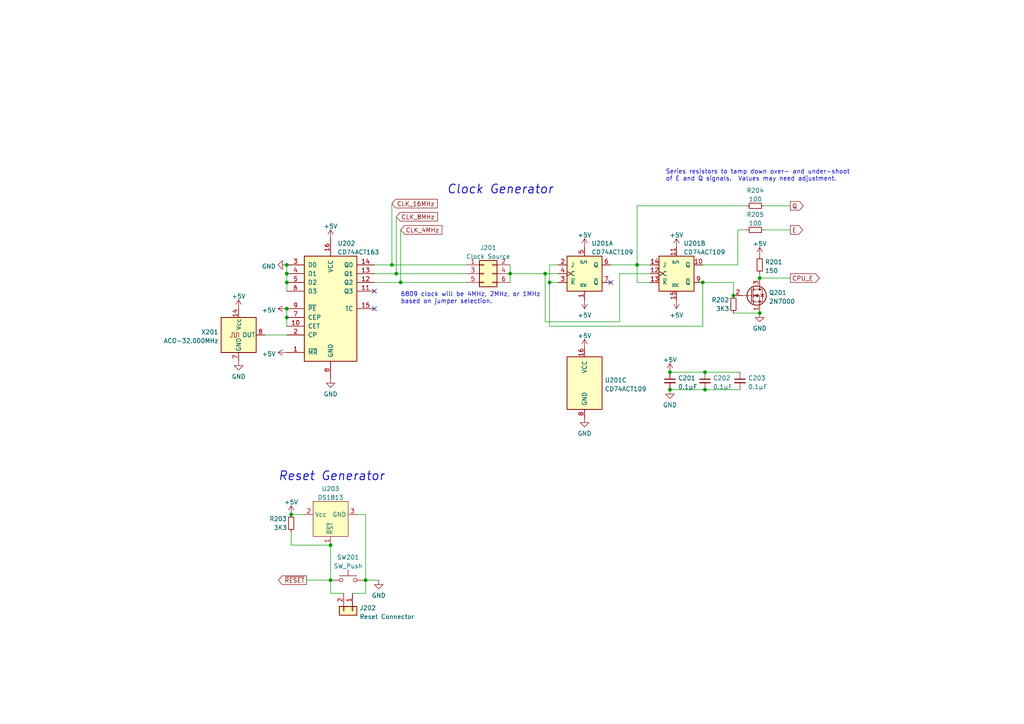
<source format=kicad_sch>
(kicad_sch (version 20230121) (generator eeschema)
  (paper "A4")
  (title_block (title "6809 Playground system board") (date "2023-04-29") (company "Copyright (c) 2022-2023 Jason R. Thorpe. See LICENSE."))
  (lib_symbols
    (symbol "74xx:74LS109" (pin_names (offset 1.016))
      (property "Reference" "U" (at -7.62 8.89 0))
      (property "Value" "74LS109" (at -7.62 -8.89 0))
      (symbol "74LS109_1_0"
        (pin input line (at 0 -7.62 90) (length 2.54) (name "~{R}") (number "1"))
        (pin input line (at -7.62 2.54 0) (length 2.54) (name "J") (number "2"))
        (pin input line (at -7.62 -2.54 0) (length 2.54) (name "~{K}") (number "3"))
        (pin input clock (at -7.62 0 0) (length 2.54) (name "C") (number "4"))
        (pin input line (at 0 7.62 270) (length 2.54) (name "~{S}") (number "5"))
        (pin output line (at 7.62 2.54 180) (length 2.54) (name "Q") (number "6"))
        (pin output line (at 7.62 -2.54 180) (length 2.54) (name "~{Q}") (number "7"))
      )
      (symbol "74LS109_1_1"
        (rectangle (start -5.08 5.08) (end 5.08 -5.08) (stroke (width 0.254)) (fill (type background)))
      )
      (symbol "74LS109_2_0"
        (pin output line (at 7.62 2.54 180) (length 2.54) (name "Q") (number "10"))
        (pin input line (at 0 7.62 270) (length 2.54) (name "~{S}") (number "11"))
        (pin input clock (at -7.62 0 0) (length 2.54) (name "C") (number "12"))
        (pin input line (at -7.62 -2.54 0) (length 2.54) (name "~{K}") (number "13"))
        (pin input line (at -7.62 2.54 0) (length 2.54) (name "J") (number "14"))
        (pin input line (at 0 -7.62 90) (length 2.54) (name "~{R}") (number "15"))
        (pin output line (at 7.62 -2.54 180) (length 2.54) (name "~{Q}") (number "9"))
      )
      (symbol "74LS109_2_1"
        (rectangle (start -5.08 5.08) (end 5.08 -5.08) (stroke (width 0.254)) (fill (type background)))
      )
      (symbol "74LS109_3_0"
        (pin power_in line (at 0 10.16 270) (length 2.54) (name "VCC") (number "16"))
        (pin power_in line (at 0 -10.16 90) (length 2.54) (name "GND") (number "8"))
      )
      (symbol "74LS109_3_1"
        (rectangle (start -5.08 7.62) (end 5.08 -7.62) (stroke (width 0.254)) (fill (type background)))
      )
    )
    (symbol "74xx:74LS163" (pin_names (offset 1.016))
      (property "Reference" "U" (at -7.62 16.51 0))
      (property "Value" "74LS163" (at -7.62 -16.51 0))
      (symbol "74LS163_1_0"
        (pin input line (at -12.7 -12.7 0) (length 5.08) (name "~{MR}") (number "1"))
        (pin input line (at -12.7 -5.08 0) (length 5.08) (name "CET") (number "10"))
        (pin output line (at 12.7 5.08 180) (length 5.08) (name "Q3") (number "11"))
        (pin output line (at 12.7 7.62 180) (length 5.08) (name "Q2") (number "12"))
        (pin output line (at 12.7 10.16 180) (length 5.08) (name "Q1") (number "13"))
        (pin output line (at 12.7 12.7 180) (length 5.08) (name "Q0") (number "14"))
        (pin output line (at 12.7 0 180) (length 5.08) (name "TC") (number "15"))
        (pin power_in line (at 0 20.32 270) (length 5.08) (name "VCC") (number "16"))
        (pin input line (at -12.7 -7.62 0) (length 5.08) (name "CP") (number "2"))
        (pin input line (at -12.7 12.7 0) (length 5.08) (name "D0") (number "3"))
        (pin input line (at -12.7 10.16 0) (length 5.08) (name "D1") (number "4"))
        (pin input line (at -12.7 7.62 0) (length 5.08) (name "D2") (number "5"))
        (pin input line (at -12.7 5.08 0) (length 5.08) (name "D3") (number "6"))
        (pin input line (at -12.7 -2.54 0) (length 5.08) (name "CEP") (number "7"))
        (pin power_in line (at 0 -20.32 90) (length 5.08) (name "GND") (number "8"))
        (pin input line (at -12.7 0 0) (length 5.08) (name "~{PE}") (number "9"))
      )
      (symbol "74LS163_1_1"
        (rectangle (start -7.62 15.24) (end 7.62 -15.24) (stroke (width 0.254)) (fill (type background)))
      )
    )
    (symbol "Connector_Generic:Conn_01x02" (pin_names (offset 1.016) hide)
      (property "Reference" "J" (at 0 2.54 0))
      (property "Value" "Conn_01x02" (at 0 -5.08 0))
      (symbol "Conn_01x02_1_1"
        (rectangle (start -1.27 -2.413) (end 0 -2.667) (stroke (width 0.1524)))
        (rectangle (start -1.27 0.127) (end 0 -0.127) (stroke (width 0.1524)))
        (rectangle (start -1.27 1.27) (end 1.27 -3.81) (stroke (width 0.254)) (fill (type background)))
        (pin passive line (at -5.08 0 0) (length 3.81) (name "Pin_1") (number "1"))
        (pin passive line (at -5.08 -2.54 0) (length 3.81) (name "Pin_2") (number "2"))
      )
    )
    (symbol "Connector_Generic:Conn_02x03_Odd_Even" (pin_names (offset 1.016) hide)
      (property "Reference" "J" (at 1.27 5.08 0))
      (property "Value" "Conn_02x03_Odd_Even" (at 1.27 -5.08 0))
      (symbol "Conn_02x03_Odd_Even_1_1"
        (rectangle (start -1.27 -2.413) (end 0 -2.667) (stroke (width 0.1524)))
        (rectangle (start -1.27 0.127) (end 0 -0.127) (stroke (width 0.1524)))
        (rectangle (start -1.27 2.667) (end 0 2.413) (stroke (width 0.1524)))
        (rectangle (start -1.27 3.81) (end 3.81 -3.81) (stroke (width 0.254)) (fill (type background)))
        (rectangle (start 3.81 -2.413) (end 2.54 -2.667) (stroke (width 0.1524)))
        (rectangle (start 3.81 0.127) (end 2.54 -0.127) (stroke (width 0.1524)))
        (rectangle (start 3.81 2.667) (end 2.54 2.413) (stroke (width 0.1524)))
        (pin passive line (at -5.08 2.54 0) (length 3.81) (name "Pin_1") (number "1"))
        (pin passive line (at 7.62 2.54 180) (length 3.81) (name "Pin_2") (number "2"))
        (pin passive line (at -5.08 0 0) (length 3.81) (name "Pin_3") (number "3"))
        (pin passive line (at 7.62 0 180) (length 3.81) (name "Pin_4") (number "4"))
        (pin passive line (at -5.08 -2.54 0) (length 3.81) (name "Pin_5") (number "5"))
        (pin passive line (at 7.62 -2.54 180) (length 3.81) (name "Pin_6") (number "6"))
      )
    )
    (symbol "Device:C_Small" (pin_numbers hide) (pin_names (offset 0.254) hide)
      (property "Reference" "C" (at 0.254 1.778 0))
      (property "Value" "C_Small" (at 0.254 -2.032 0))
      (symbol "C_Small_0_1"
        (polyline (pts (xy -1.524 -0.508) (xy 1.524 -0.508)) (stroke (width 0.3302)))
        (polyline (pts (xy -1.524 0.508) (xy 1.524 0.508)) (stroke (width 0.3048)))
      )
      (symbol "C_Small_1_1"
        (pin passive line (at 0 2.54 270) (length 2.032) (name "~") (number "1"))
        (pin passive line (at 0 -2.54 90) (length 2.032) (name "~") (number "2"))
      )
    )
    (symbol "Device:R_Small" (pin_numbers hide) (pin_names (offset 0.254) hide)
      (property "Reference" "R" (at 0.762 0.508 0))
      (property "Value" "R_Small" (at 0.762 -1.016 0))
      (symbol "R_Small_0_1"
        (rectangle (start -0.762 1.778) (end 0.762 -1.778) (stroke (width 0.2032)))
      )
      (symbol "R_Small_1_1"
        (pin passive line (at 0 2.54 270) (length 0.762) (name "~") (number "1"))
        (pin passive line (at 0 -2.54 90) (length 0.762) (name "~") (number "2"))
      )
    )
    (symbol "Oscillator:ACO-xxxMHz" (pin_names (offset 0.254))
      (property "Reference" "X" (at -5.08 6.35 0))
      (property "Value" "ACO-xxxMHz" (at 1.27 -6.35 0))
      (symbol "ACO-xxxMHz_0_1"
        (rectangle (start -5.08 5.08) (end 5.08 -5.08) (stroke (width 0.254)) (fill (type background)))
        (polyline (pts (xy -2.54 -0.635) (xy -1.905 -0.635) (xy -1.905 0.635) (xy -1.27 0.635) (xy -1.27 -0.635) (xy -0.635 -0.635) (xy -0.635 0.635) (xy 0 0.635) (xy 0 -0.635)))
      )
      (symbol "ACO-xxxMHz_1_1"
        (pin no_connect line (at -7.62 0 0) (length 2.54) hide (name "NC") (number "1"))
        (pin power_in line (at 0 7.62 270) (length 2.54) (name "Vcc") (number "14"))
        (pin power_in line (at 0 -7.62 90) (length 2.54) (name "GND") (number "7"))
        (pin output line (at 7.62 0 180) (length 2.54) (name "OUT") (number "8"))
      )
    )
    (symbol "Switch:SW_Push" (pin_numbers hide) (pin_names (offset 1.016) hide)
      (property "Reference" "SW" (at 1.27 2.54 0))
      (property "Value" "SW_Push" (at 0 -1.524 0))
      (symbol "SW_Push_0_1"
        (circle (center -2.032 0) (radius 0.508))
        (polyline (pts (xy 0 1.27) (xy 0 3.048)))
        (polyline (pts (xy 2.54 1.27) (xy -2.54 1.27)))
        (circle (center 2.032 0) (radius 0.508))
        (pin passive line (at -5.08 0 0) (length 2.54) (name "1") (number "1"))
        (pin passive line (at 5.08 0 180) (length 2.54) (name "2") (number "2"))
      )
    )
    (symbol "Transistor_FET:2N7000" (pin_names hide)
      (property "Reference" "Q" (at 5.08 1.905 0))
      (property "Value" "2N7000" (at 5.08 0 0))
      (symbol "2N7000_0_1"
        (polyline (pts (xy 0.254 0) (xy -2.54 0)))
        (polyline (pts (xy 0.254 1.905) (xy 0.254 -1.905)) (stroke (width 0.254)))
        (polyline (pts (xy 0.762 -1.27) (xy 0.762 -2.286)) (stroke (width 0.254)))
        (polyline (pts (xy 0.762 0.508) (xy 0.762 -0.508)) (stroke (width 0.254)))
        (polyline (pts (xy 0.762 2.286) (xy 0.762 1.27)) (stroke (width 0.254)))
        (polyline (pts (xy 2.54 2.54) (xy 2.54 1.778)))
        (polyline (pts (xy 2.54 -2.54) (xy 2.54 0) (xy 0.762 0)))
        (polyline (pts (xy 0.762 -1.778) (xy 3.302 -1.778) (xy 3.302 1.778) (xy 0.762 1.778)))
        (polyline (pts (xy 1.016 0) (xy 2.032 0.381) (xy 2.032 -0.381) (xy 1.016 0)) (fill (type outline)))
        (polyline (pts (xy 2.794 0.508) (xy 2.921 0.381) (xy 3.683 0.381) (xy 3.81 0.254)))
        (polyline (pts (xy 3.302 0.381) (xy 2.921 -0.254) (xy 3.683 -0.254) (xy 3.302 0.381)))
        (circle (center 1.651 0) (radius 2.794) (stroke (width 0.254)))
        (circle (center 2.54 -1.778) (radius 0.254) (fill (type outline)))
        (circle (center 2.54 1.778) (radius 0.254) (fill (type outline)))
      )
      (symbol "2N7000_1_1"
        (pin passive line (at 2.54 -5.08 90) (length 2.54) (name "S") (number "1"))
        (pin input line (at -5.08 0 0) (length 2.54) (name "G") (number "2"))
        (pin passive line (at 2.54 5.08 270) (length 2.54) (name "D") (number "3"))
      )
    )
    (symbol "jrt-ICs:DS1813"
      (property "Reference" "U" (at 0 8.89 0))
      (property "Value" "DS1813" (at 0 6.35 0))
      (symbol "DS1813_0_1"
        (rectangle (start -5.08 5.08) (end 5.08 -5.08) (stroke (width 0.1524)) (fill (type background)))
      )
      (symbol "DS1813_1_1"
        (pin open_collector line (at 0 -7.62 90) (length 2.54) (name "~{RST}") (number "1"))
        (pin power_in line (at -7.62 1.27 0) (length 2.54) (name "Vcc") (number "2"))
        (pin power_in line (at 7.62 1.27 180) (length 2.54) (name "GND") (number "3"))
      )
    )
    (symbol "power:+5V" (power) (pin_names (offset 0))
      (property "Value" "+5V" (at 0 3.556 0))
      (symbol "+5V_0_1"
        (polyline (pts (xy -0.762 1.27) (xy 0 2.54)))
        (polyline (pts (xy 0 0) (xy 0 2.54)))
        (polyline (pts (xy 0 2.54) (xy 0.762 1.27)))
      )
      (symbol "+5V_1_1"
        (pin power_in line (at 0 0 90) (length 0) hide (name "+5V") (number "1"))
      )
    )
    (symbol "power:GND" (power) (pin_names (offset 0))
      (property "Value" "GND" (at 0 -3.81 0))
      (symbol "GND_0_1"
        (polyline (pts (xy 0 0) (xy 0 -1.27) (xy 1.27 -1.27) (xy 0 -2.54) (xy -1.27 -1.27) (xy 0 -1.27)))
      )
      (symbol "GND_1_1"
        (pin power_in line (at 0 0 270) (length 0) hide (name "GND") (number "1"))
      )
    )
  )
  (junction (at 95.885 158.115))
  (junction (at 220.345 90.805))
  (junction (at 212.725 85.725))
  (junction (at 158.115 79.375))
  (junction (at 83.185 89.535))
  (junction (at 114.935 79.375))
  (junction (at 204.47 113.03))
  (junction (at 83.185 79.375))
  (junction (at 106.045 168.275))
  (junction (at 95.885 168.275))
  (junction (at 159.385 81.915))
  (junction (at 184.785 76.835))
  (junction (at 194.31 107.95))
  (junction (at 147.955 79.375))
  (junction (at 194.31 113.03))
  (junction (at 220.345 80.645))
  (junction (at 203.835 81.915))
  (junction (at 83.185 81.915))
  (junction (at 113.665 76.835))
  (junction (at 83.185 92.075))
  (junction (at 83.185 76.835))
  (junction (at 204.47 107.95))
  (junction (at 116.205 81.915))
  (junction (at 84.455 149.225))
  (no_connect (at 108.585 89.535))
  (no_connect (at 108.585 84.455))
  (no_connect (at 177.165 81.915))
  (wire (pts (xy 147.955 79.375) (xy 158.115 79.375)))
  (wire (pts (xy 84.455 149.225) (xy 88.265 149.225)))
  (wire (pts (xy 158.115 79.375) (xy 161.925 79.375)))
  (wire (pts (xy 159.385 94.615) (xy 159.385 81.915)))
  (wire (pts (xy 213.995 76.835) (xy 213.995 66.675)))
  (wire (pts (xy 184.785 81.915) (xy 188.595 81.915)))
  (wire (pts (xy 83.185 79.375) (xy 83.185 81.915)))
  (wire (pts (xy 161.925 76.835) (xy 159.385 76.835)))
  (wire (pts (xy 108.585 79.375) (xy 114.935 79.375)))
  (wire (pts (xy 213.995 66.675) (xy 216.535 66.675)))
  (wire (pts (xy 221.615 59.69) (xy 229.235 59.69)))
  (wire (pts (xy 184.785 76.835) (xy 188.595 76.835)))
  (wire (pts (xy 147.955 79.375) (xy 147.955 81.915)))
  (wire (pts (xy 83.185 89.535) (xy 83.185 92.075)))
  (wire (pts (xy 179.705 79.375) (xy 188.595 79.375)))
  (wire (pts (xy 179.705 93.345) (xy 179.705 79.375)))
  (wire (pts (xy 113.665 76.835) (xy 135.255 76.835)))
  (wire (pts (xy 95.885 158.115) (xy 95.885 168.275)))
  (wire (pts (xy 102.235 172.085) (xy 106.045 172.085)))
  (wire (pts (xy 113.665 59.055) (xy 113.665 76.835)))
  (wire (pts (xy 84.455 154.305) (xy 84.455 158.115)))
  (wire (pts (xy 108.585 76.835) (xy 113.665 76.835)))
  (wire (pts (xy 88.9 168.275) (xy 95.885 168.275)))
  (wire (pts (xy 159.385 76.835) (xy 159.385 81.915)))
  (wire (pts (xy 158.115 93.345) (xy 179.705 93.345)))
  (wire (pts (xy 212.725 90.805) (xy 220.345 90.805)))
  (wire (pts (xy 95.885 172.085) (xy 99.695 172.085)))
  (wire (pts (xy 194.31 107.95) (xy 204.47 107.95)))
  (wire (pts (xy 221.615 66.675) (xy 229.235 66.675)))
  (wire (pts (xy 114.935 62.865) (xy 114.935 79.375)))
  (wire (pts (xy 83.185 76.835) (xy 83.185 79.375)))
  (wire (pts (xy 177.165 76.835) (xy 184.785 76.835)))
  (wire (pts (xy 158.115 79.375) (xy 158.115 93.345)))
  (wire (pts (xy 76.835 97.155) (xy 83.185 97.155)))
  (wire (pts (xy 84.455 158.115) (xy 95.885 158.115)))
  (wire (pts (xy 103.505 149.225) (xy 106.045 149.225)))
  (wire (pts (xy 147.955 76.835) (xy 147.955 79.375)))
  (wire (pts (xy 106.045 168.275) (xy 109.855 168.275)))
  (wire (pts (xy 116.205 81.915) (xy 135.255 81.915)))
  (wire (pts (xy 114.935 79.375) (xy 135.255 79.375)))
  (wire (pts (xy 204.47 113.03) (xy 214.63 113.03)))
  (wire (pts (xy 108.585 81.915) (xy 116.205 81.915)))
  (wire (pts (xy 83.185 81.915) (xy 83.185 84.455)))
  (wire (pts (xy 106.045 172.085) (xy 106.045 168.275)))
  (wire (pts (xy 203.835 81.915) (xy 203.835 94.615)))
  (wire (pts (xy 159.385 81.915) (xy 161.925 81.915)))
  (wire (pts (xy 220.345 80.645) (xy 229.235 80.645)))
  (wire (pts (xy 203.835 81.915) (xy 212.725 81.915)))
  (wire (pts (xy 184.785 76.835) (xy 184.785 81.915)))
  (wire (pts (xy 204.47 107.95) (xy 214.63 107.95)))
  (wire (pts (xy 203.835 94.615) (xy 159.385 94.615)))
  (wire (pts (xy 95.885 168.275) (xy 95.885 172.085)))
  (wire (pts (xy 220.345 79.375) (xy 220.345 80.645)))
  (wire (pts (xy 184.785 59.69) (xy 216.535 59.69)))
  (wire (pts (xy 203.835 76.835) (xy 213.995 76.835)))
  (wire (pts (xy 83.185 92.075) (xy 83.185 94.615)))
  (wire (pts (xy 116.205 66.675) (xy 116.205 81.915)))
  (wire (pts (xy 212.725 81.915) (xy 212.725 85.725)))
  (wire (pts (xy 184.785 76.835) (xy 184.785 59.69)))
  (wire (pts (xy 194.31 113.03) (xy 204.47 113.03)))
  (wire (pts (xy 106.045 149.225) (xy 106.045 168.275)))
  (text "Series resistors to tamp down over- and under-shoot\nof E and Q signals.  Values may need adjustment." (at 193.04 52.705 0) (effects (font (size 1.27 1.27)) (justify left bottom)))
  (text "Clock Generator" (at 129.54 56.515 0) (effects (font (size 2.54 2.54) (thickness 0.254) bold italic) (justify left bottom)))
  (text "6809 clock will be 4MHz, 2MHz, or 1MHz\nbased on jumper selection." (at 116.205 88.265 0) (effects (font (size 1.27 1.27)) (justify left bottom)))
  (text "Reset Generator" (at 80.645 139.7 0) (effects (font (size 2.54 2.54) (thickness 0.254) bold italic) (justify left bottom)))
  (global_label "CLK_4MHz" (shape input) (at 116.205 66.675 0) (property "Intersheetrefs" "${INTERSHEET_REFS}" (effects hide)))
  (global_label "CLK_8MHz" (shape input) (at 114.935 62.865 0) (property "Intersheetrefs" "${INTERSHEET_REFS}" (effects hide)))
  (global_label "CLK_16MHz" (shape input) (at 113.665 59.055 0) (property "Intersheetrefs" "${INTERSHEET_REFS}" (effects hide)))
  (global_label "E" (shape output) (at 229.235 66.675 0) (property "Intersheetrefs" "${INTERSHEET_REFS}" (effects hide)))
  (global_label "Q" (shape output) (at 229.235 59.69 0) (property "Intersheetrefs" "${INTERSHEET_REFS}" (effects hide)))
  (global_label "CPU_E" (shape output) (at 229.235 80.645 0) (property "Intersheetrefs" "${INTERSHEET_REFS}" (effects hide)))
  (global_label "~{RESET}" (shape output) (at 88.9 168.275 180) (property "Intersheetrefs" "${INTERSHEET_REFS}" (effects hide)))
  (symbol (lib_id "power:+5V") (at 83.185 89.535 90) (unit 1)
    (property "Reference" "#PWR0209" (effects hide))
    (property "Value" "+5V" (at 80.0101 89.9688 90) (effects (justify left)))
  )
  (symbol (lib_id "power:+5V") (at 95.885 69.215 0) (unit 1)
    (property "Reference" "#PWR0201" (effects hide))
    (property "Value" "+5V" (at 95.885 65.6392 0))
  )
  (symbol (lib_id "Device:R_Small") (at 220.345 76.835 0) (unit 1)
    (property "Reference" "R201" (at 221.8436 76.0003 0) (effects (justify left)))
    (property "Value" "150" (at 221.8436 78.5372 0) (effects (justify left)))
  )
  (symbol (lib_id "power:+5V") (at 83.185 102.235 90) (unit 1)
    (property "Reference" "#PWR0212" (effects hide))
    (property "Value" "+5V" (at 80.0101 102.6688 90) (effects (justify left)))
  )
  (symbol (lib_id "power:+5V") (at 169.545 86.995 180) (unit 1)
    (property "Reference" "#PWR0206" (effects hide))
    (property "Value" "+5V" (at 169.545 91.4384 0))
  )
  (symbol (lib_id "power:GND") (at 83.185 76.835 270) (unit 1)
    (property "Reference" "#PWR0205" (effects hide))
    (property "Value" "GND" (at 80.0101 77.2688 90) (effects (justify right)))
  )
  (symbol (lib_id "74xx:74LS109") (at 196.215 79.375 0) (unit 2)
    (property "Reference" "U201" (at 198.2344 70.5952 0) (effects (justify left)))
    (property "Value" "CD74ACT109" (at 198.2344 73.1321 0) (effects (justify left)))
    (property "Datasheet" "http://www.ti.com/lit/gpn/sn74LS109" (effects hide))
  )
  (symbol (lib_id "jrt-ICs:DS1813") (at 95.885 150.495 0) (unit 1)
    (property "Reference" "U203" (at 95.885 141.766 0))
    (property "Value" "DS1813" (at 95.885 144.3029 0))
    (property "Footprint" "Package_TO_SOT_THT:TO-92_Inline" (effects hide))
    (property "Datasheet" "https://www.analog.com/media/en/technical-documentation/data-sheets/DS1813.pdf" (effects hide))
  )
  (symbol (lib_id "Device:R_Small") (at 212.725 88.265 180) (unit 1)
    (property "Reference" "R202" (at 206.375 86.995 0) (effects (justify right)))
    (property "Value" "3K3" (at 207.645 89.535 0) (effects (justify right)))
  )
  (symbol (lib_id "Device:C_Small") (at 214.63 110.49 0) (unit 1)
    (property "Reference" "C203" (at 216.9541 109.6616 0) (effects (justify left)))
    (property "Value" "0.1µF" (at 216.9541 112.1985 0) (effects (justify left)))
  )
  (symbol (lib_id "power:+5V") (at 169.545 100.965 0) (unit 1)
    (property "Reference" "#PWR0211" (effects hide))
    (property "Value" "+5V" (at 169.545 97.3892 0))
  )
  (symbol (lib_id "Switch:SW_Push") (at 100.965 168.275 0) (unit 1)
    (property "Reference" "SW201" (at 100.965 161.6542 0))
    (property "Value" "SW_Push" (at 100.965 164.1911 0))
  )
  (symbol (lib_id "power:+5V") (at 169.545 71.755 0) (unit 1)
    (property "Reference" "#PWR0202" (effects hide))
    (property "Value" "+5V" (at 169.545 68.1792 0))
  )
  (symbol (lib_id "Connector_Generic:Conn_01x02") (at 102.235 177.165 270) (unit 1)
    (property "Reference" "J202" (at 104.267 176.3303 90) (effects (justify left)))
    (property "Value" "Reset Connector" (at 104.267 178.8672 90) (effects (justify left)))
    (property "Footprint" "Connector_PinHeader_2.54mm:PinHeader_1x02_P2.54mm_Vertical" (effects hide))
  )
  (symbol (lib_id "power:+5V") (at 196.215 71.755 0) (unit 1)
    (property "Reference" "#PWR0203" (effects hide))
    (property "Value" "+5V" (at 196.215 68.1792 0))
  )
  (symbol (lib_id "Device:C_Small") (at 204.47 110.49 0) (unit 1)
    (property "Reference" "C202" (at 206.7941 109.6616 0) (effects (justify left)))
    (property "Value" "0.1µF" (at 206.7941 112.1985 0) (effects (justify left)))
  )
  (symbol (lib_id "power:GND") (at 95.885 109.855 0) (unit 1)
    (property "Reference" "#PWR0215" (effects hide))
    (property "Value" "GND" (at 95.885 114.2984 0))
  )
  (symbol (lib_id "power:GND") (at 194.31 113.03 0) (unit 1)
    (property "Reference" "#PWR0216" (effects hide))
    (property "Value" "GND" (at 194.31 117.4734 0))
  )
  (symbol (lib_id "Connector_Generic:Conn_02x03_Odd_Even") (at 140.335 79.375 0) (unit 1)
    (property "Reference" "J201" (at 141.605 71.8652 0))
    (property "Value" "Clock Source" (at 141.605 74.4021 0))
    (property "Footprint" "Connector_PinHeader_2.54mm:PinHeader_2x03_P2.54mm_Vertical" (effects hide))
  )
  (symbol (lib_id "power:GND") (at 109.855 168.275 0) (unit 1)
    (property "Reference" "#PWR0219" (effects hide))
    (property "Value" "GND" (at 109.855 172.7184 0))
  )
  (symbol (lib_id "power:GND") (at 169.545 121.285 0) (unit 1)
    (property "Reference" "#PWR0217" (effects hide))
    (property "Value" "GND" (at 169.545 125.7284 0))
  )
  (symbol (lib_id "Device:C_Small") (at 194.31 110.49 0) (unit 1)
    (property "Reference" "C201" (at 196.6341 109.6616 0) (effects (justify left)))
    (property "Value" "0.1µF" (at 196.6341 112.1985 0) (effects (justify left)))
  )
  (symbol (lib_id "Oscillator:ACO-xxxMHz") (at 69.215 97.155 0) (unit 1)
    (property "Reference" "X201" (at 63.373 96.3203 0) (effects (justify right)))
    (property "Value" "ACO-32.000MHz" (at 63.373 98.8572 0) (effects (justify right)))
    (property "Footprint" "Oscillator:Oscillator_DIP-14" (effects hide))
    (property "Datasheet" "http://www.conwin.com/datasheets/cx/cx030.pdf" (effects hide))
  )
  (symbol (lib_id "power:+5V") (at 220.345 74.295 0) (unit 1)
    (property "Reference" "#PWR0204" (effects hide))
    (property "Value" "+5V" (at 220.345 70.7192 0))
  )
  (symbol (lib_id "power:+5V") (at 194.31 107.95 0) (unit 1)
    (property "Reference" "#PWR0214" (effects hide))
    (property "Value" "+5V" (at 194.31 104.3742 0))
  )
  (symbol (lib_id "Device:R_Small") (at 84.455 151.765 180) (unit 1)
    (property "Reference" "R203" (at 78.105 150.495 0) (effects (justify right)))
    (property "Value" "3K3" (at 79.375 153.035 0) (effects (justify right)))
  )
  (symbol (lib_id "power:GND") (at 220.345 90.805 0) (unit 1)
    (property "Reference" "#PWR0210" (effects hide))
    (property "Value" "GND" (at 220.345 95.2484 0))
  )
  (symbol (lib_id "power:+5V") (at 69.215 89.535 0) (unit 1)
    (property "Reference" "#PWR0208" (effects hide))
    (property "Value" "+5V" (at 69.215 85.9592 0))
  )
  (symbol (lib_id "Device:R_Small") (at 219.075 59.69 90) (unit 1)
    (property "Reference" "R204" (at 219.075 55.2536 90))
    (property "Value" "100" (at 219.075 57.7905 90))
  )
  (symbol (lib_id "74xx:74LS109") (at 169.545 111.125 0) (unit 3)
    (property "Reference" "U201" (at 175.387 110.2903 0) (effects (justify left)))
    (property "Value" "CD74ACT109" (at 175.387 112.8272 0) (effects (justify left)))
    (property "Datasheet" "http://www.ti.com/lit/gpn/sn74LS109" (effects hide))
  )
  (symbol (lib_id "Transistor_FET:2N7000") (at 217.805 85.725 0) (unit 1)
    (property "Reference" "Q201" (at 223.012 84.8903 0) (effects (justify left)))
    (property "Value" "2N7000" (at 223.012 87.4272 0) (effects (justify left)))
    (property "Footprint" "Package_TO_SOT_THT:TO-92_Inline" (effects hide))
    (property "Datasheet" "https://www.vishay.com/docs/70226/70226.pdf" (effects hide))
  )
  (symbol (lib_id "power:+5V") (at 84.455 149.225 0) (unit 1)
    (property "Reference" "#PWR0218" (effects hide))
    (property "Value" "+5V" (at 84.455 145.6492 0))
  )
  (symbol (lib_id "74xx:74LS109") (at 169.545 79.375 0) (unit 1)
    (property "Reference" "U201" (at 171.5644 70.5952 0) (effects (justify left)))
    (property "Value" "CD74ACT109" (at 171.5644 73.1321 0) (effects (justify left)))
    (property "Datasheet" "http://www.ti.com/lit/gpn/sn74LS109" (effects hide))
  )
  (symbol (lib_id "power:GND") (at 69.215 104.775 0) (unit 1)
    (property "Reference" "#PWR0213" (effects hide))
    (property "Value" "GND" (at 69.215 109.2184 0))
  )
  (symbol (lib_id "power:+5V") (at 196.215 86.995 180) (unit 1)
    (property "Reference" "#PWR0207" (effects hide))
    (property "Value" "+5V" (at 196.215 91.4384 0))
  )
  (symbol (lib_id "Device:R_Small") (at 219.075 66.675 90) (unit 1)
    (property "Reference" "R205" (at 219.075 62.2386 90))
    (property "Value" "100" (at 219.075 64.7755 90))
  )
  (symbol (lib_id "74xx:74LS163") (at 95.885 89.535 0) (unit 1)
    (property "Reference" "U202" (at 97.9044 70.5952 0) (effects (justify left)))
    (property "Value" "CD74ACT163" (at 97.9044 73.1321 0) (effects (justify left)))
    (property "Datasheet" "http://www.ti.com/lit/gpn/sn74LS163" (effects hide))
  )
)
</source>
